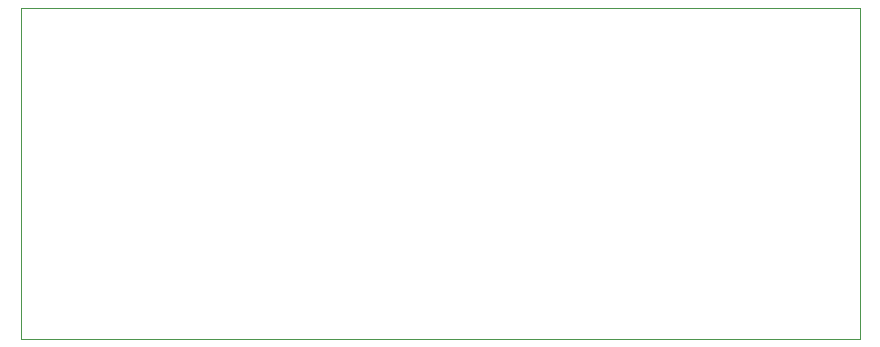
<source format=gbr>
%FSLAX34Y34*%
%MOMM*%
%LNOUTLINE*%
G71*
G01*
%ADD10C, 0.002*%
%LPD*%
G54D10*
X0Y280000D02*
X710000Y280000D01*
X710000Y0D01*
X0Y0D01*
X0Y280000D01*
M02*

</source>
